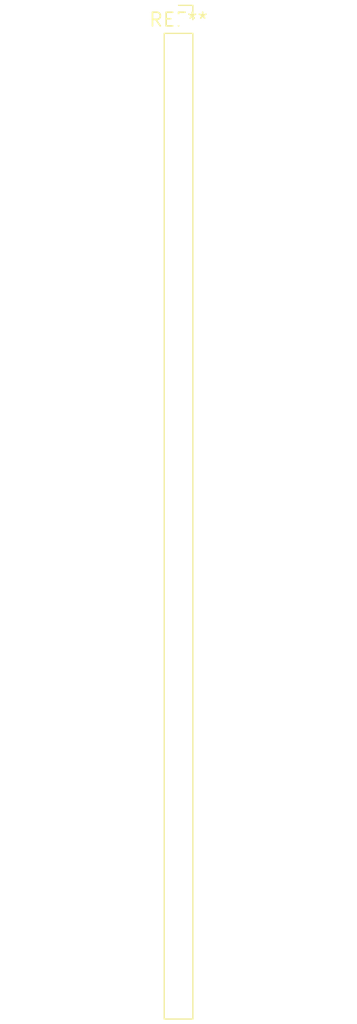
<source format=kicad_pcb>
(kicad_pcb (version 20240108) (generator pcbnew)
  (layers (0 "F.Cu" signal) (31 "B.Cu" signal) (34 "B.Paste" user) (35 "F.Paste" user) (36 "B.SilkS" user "B.Silkscreen") (37 "F.SilkS" user "F.Silkscreen") (38 "B.Mask" user) (39 "F.Mask" user) (44 "Edge.Cuts" user))
  (net 0 "")
  (footprint "PinSocket_1x37_P2.54mm_Vertical" (layer "F.Cu") (at 0 0)
    (property "Reference" "REF**")
    (property "Value" "PinSocket_1x37_P2.54mm_Vertical")
    (fp_line (start -1.33 1.27) (end -1.33 92.77) (layer "F.SilkS") (stroke (width 0.12)))
    (fp_line (start -1.33 1.27) (end 1.33 1.27) (layer "F.SilkS") (stroke (width 0.12)))
    (fp_line (start -1.33 92.77) (end 1.33 92.77) (layer "F.SilkS") (stroke (width 0.12)))
    (fp_line (start 0 -1.33) (end 1.33 -1.33) (layer "F.SilkS") (stroke (width 0.12)))
    (fp_line (start 1.33 -1.33) (end 1.33 0) (layer "F.SilkS") (stroke (width 0.12)))
    (fp_line (start 1.33 1.27) (end 1.33 92.77) (layer "F.SilkS") (stroke (width 0.12)))
    (pad "1" thru_hole rect (at 0 0) (size 1.7 1.7) (drill 1) (layers *.Cu *.Mask) (remove_unused_layers))
    (pad "2" thru_hole oval (at 0 2.54) (size 1.7 1.7) (drill 1) (layers *.Cu *.Mask) (remove_unused_layers))
    (pad "3" thru_hole oval (at 0 5.08) (size 1.7 1.7) (drill 1) (layers *.Cu *.Mask) (remove_unused_layers))
    (pad "4" thru_hole oval (at 0 7.62) (size 1.7 1.7) (drill 1) (layers *.Cu *.Mask) (remove_unused_layers))
    (pad "5" thru_hole oval (at 0 10.16) (size 1.7 1.7) (drill 1) (layers *.Cu *.Mask) (remove_unused_layers))
    (pad "6" thru_hole oval (at 0 12.7) (size 1.7 1.7) (drill 1) (layers *.Cu *.Mask) (remove_unused_layers))
    (pad "7" thru_hole oval (at 0 15.24) (size 1.7 1.7) (drill 1) (layers *.Cu *.Mask) (remove_unused_layers))
    (pad "8" thru_hole oval (at 0 17.78) (size 1.7 1.7) (drill 1) (layers *.Cu *.Mask) (remove_unused_layers))
    (pad "9" thru_hole oval (at 0 20.32) (size 1.7 1.7) (drill 1) (layers *.Cu *.Mask) (remove_unused_layers))
    (pad "10" thru_hole oval (at 0 22.86) (size 1.7 1.7) (drill 1) (layers *.Cu *.Mask) (remove_unused_layers))
    (pad "11" thru_hole oval (at 0 25.4) (size 1.7 1.7) (drill 1) (layers *.Cu *.Mask) (remove_unused_layers))
    (pad "12" thru_hole oval (at 0 27.94) (size 1.7 1.7) (drill 1) (layers *.Cu *.Mask) (remove_unused_layers))
    (pad "13" thru_hole oval (at 0 30.48) (size 1.7 1.7) (drill 1) (layers *.Cu *.Mask) (remove_unused_layers))
    (pad "14" thru_hole oval (at 0 33.02) (size 1.7 1.7) (drill 1) (layers *.Cu *.Mask) (remove_unused_layers))
    (pad "15" thru_hole oval (at 0 35.56) (size 1.7 1.7) (drill 1) (layers *.Cu *.Mask) (remove_unused_layers))
    (pad "16" thru_hole oval (at 0 38.1) (size 1.7 1.7) (drill 1) (layers *.Cu *.Mask) (remove_unused_layers))
    (pad "17" thru_hole oval (at 0 40.64) (size 1.7 1.7) (drill 1) (layers *.Cu *.Mask) (remove_unused_layers))
    (pad "18" thru_hole oval (at 0 43.18) (size 1.7 1.7) (drill 1) (layers *.Cu *.Mask) (remove_unused_layers))
    (pad "19" thru_hole oval (at 0 45.72) (size 1.7 1.7) (drill 1) (layers *.Cu *.Mask) (remove_unused_layers))
    (pad "20" thru_hole oval (at 0 48.26) (size 1.7 1.7) (drill 1) (layers *.Cu *.Mask) (remove_unused_layers))
    (pad "21" thru_hole oval (at 0 50.8) (size 1.7 1.7) (drill 1) (layers *.Cu *.Mask) (remove_unused_layers))
    (pad "22" thru_hole oval (at 0 53.34) (size 1.7 1.7) (drill 1) (layers *.Cu *.Mask) (remove_unused_layers))
    (pad "23" thru_hole oval (at 0 55.88) (size 1.7 1.7) (drill 1) (layers *.Cu *.Mask) (remove_unused_layers))
    (pad "24" thru_hole oval (at 0 58.42) (size 1.7 1.7) (drill 1) (layers *.Cu *.Mask) (remove_unused_layers))
    (pad "25" thru_hole oval (at 0 60.96) (size 1.7 1.7) (drill 1) (layers *.Cu *.Mask) (remove_unused_layers))
    (pad "26" thru_hole oval (at 0 63.5) (size 1.7 1.7) (drill 1) (layers *.Cu *.Mask) (remove_unused_layers))
    (pad "27" thru_hole oval (at 0 66.04) (size 1.7 1.7) (drill 1) (layers *.Cu *.Mask) (remove_unused_layers))
    (pad "28" thru_hole oval (at 0 68.58) (size 1.7 1.7) (drill 1) (layers *.Cu *.Mask) (remove_unused_layers))
    (pad "29" thru_hole oval (at 0 71.12) (size 1.7 1.7) (drill 1) (layers *.Cu *.Mask) (remove_unused_layers))
    (pad "30" thru_hole oval (at 0 73.66) (size 1.7 1.7) (drill 1) (layers *.Cu *.Mask) (remove_unused_layers))
    (pad "31" thru_hole oval (at 0 76.2) (size 1.7 1.7) (drill 1) (layers *.Cu *.Mask) (remove_unused_layers))
    (pad "32" thru_hole oval (at 0 78.74) (size 1.7 1.7) (drill 1) (layers *.Cu *.Mask) (remove_unused_layers))
    (pad "33" thru_hole oval (at 0 81.28) (size 1.7 1.7) (drill 1) (layers *.Cu *.Mask) (remove_unused_layers))
    (pad "34" thru_hole oval (at 0 83.82) (size 1.7 1.7) (drill 1) (layers *.Cu *.Mask) (remove_unused_layers))
    (pad "35" thru_hole oval (at 0 86.36) (size 1.7 1.7) (drill 1) (layers *.Cu *.Mask) (remove_unused_layers))
    (pad "36" thru_hole oval (at 0 88.9) (size 1.7 1.7) (drill 1) (layers *.Cu *.Mask) (remove_unused_layers))
    (pad "37" thru_hole oval (at 0 91.44) (size 1.7 1.7) (drill 1) (layers *.Cu *.Mask) (remove_unused_layers))
  )
)
</source>
